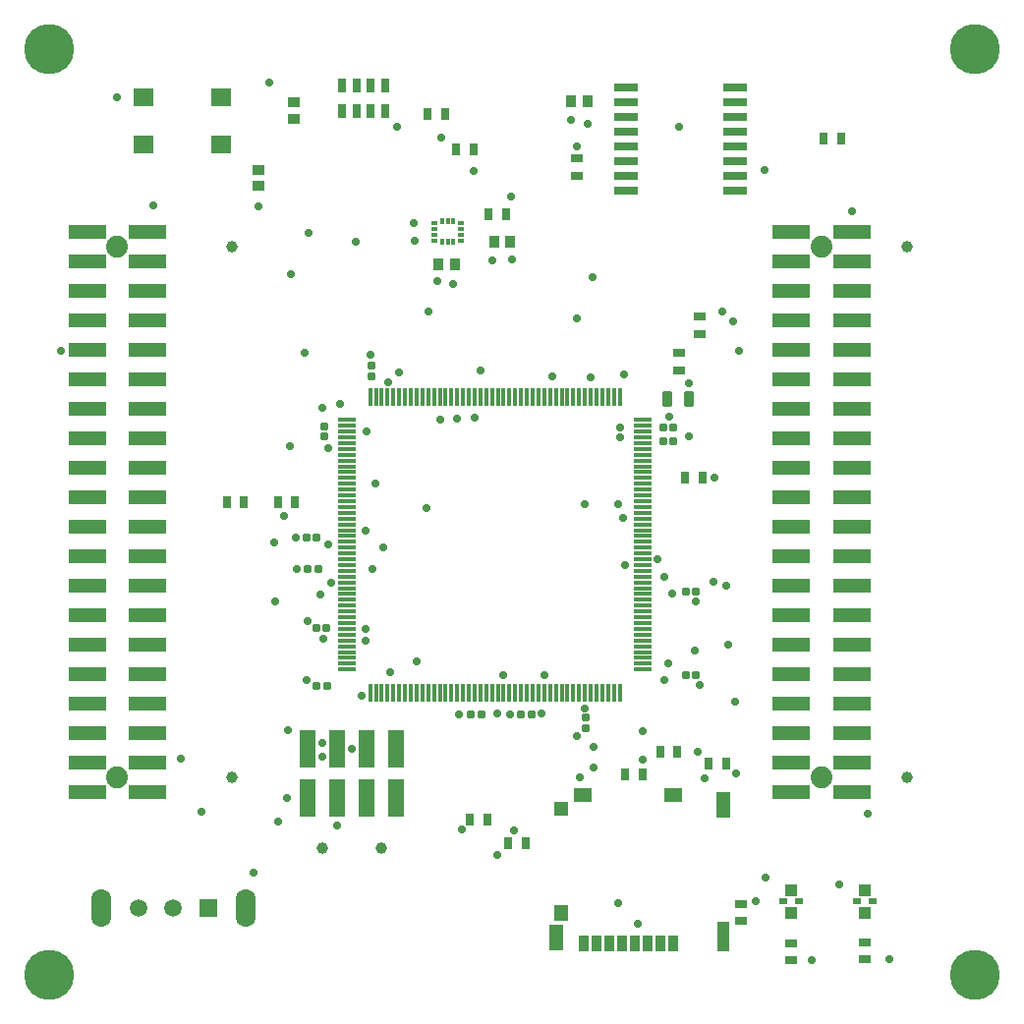
<source format=gts>
G04*
G04 #@! TF.GenerationSoftware,Altium Limited,Altium Designer,23.11.1 (41)*
G04*
G04 Layer_Color=8388736*
%FSLAX25Y25*%
%MOIN*%
G70*
G04*
G04 #@! TF.SameCoordinates,3206F265-2646-4181-9204-0E6D39A93BEF*
G04*
G04*
G04 #@! TF.FilePolarity,Negative*
G04*
G01*
G75*
%ADD44R,0.12900X0.04888*%
%ADD45R,0.03156X0.03943*%
%ADD46R,0.03943X0.03156*%
G04:AMPARAMS|DCode=47|XSize=25.65mil|YSize=23.68mil|CornerRadius=4.46mil|HoleSize=0mil|Usage=FLASHONLY|Rotation=90.000|XOffset=0mil|YOffset=0mil|HoleType=Round|Shape=RoundedRectangle|*
%AMROUNDEDRECTD47*
21,1,0.02565,0.01476,0,0,90.0*
21,1,0.01673,0.02368,0,0,90.0*
1,1,0.00892,0.00738,0.00837*
1,1,0.00892,0.00738,-0.00837*
1,1,0.00892,-0.00738,-0.00837*
1,1,0.00892,-0.00738,0.00837*
%
%ADD47ROUNDEDRECTD47*%
G04:AMPARAMS|DCode=48|XSize=25.65mil|YSize=23.68mil|CornerRadius=4.46mil|HoleSize=0mil|Usage=FLASHONLY|Rotation=0.000|XOffset=0mil|YOffset=0mil|HoleType=Round|Shape=RoundedRectangle|*
%AMROUNDEDRECTD48*
21,1,0.02565,0.01476,0,0,0.0*
21,1,0.01673,0.02368,0,0,0.0*
1,1,0.00892,0.00837,-0.00738*
1,1,0.00892,-0.00837,-0.00738*
1,1,0.00892,-0.00837,0.00738*
1,1,0.00892,0.00837,0.00738*
%
%ADD48ROUNDEDRECTD48*%
%ADD49R,0.01581X0.06109*%
%ADD50R,0.06109X0.01581*%
G04:AMPARAMS|DCode=51|XSize=55.18mil|YSize=33.92mil|CornerRadius=5.74mil|HoleSize=0mil|Usage=FLASHONLY|Rotation=90.000|XOffset=0mil|YOffset=0mil|HoleType=Round|Shape=RoundedRectangle|*
%AMROUNDEDRECTD51*
21,1,0.05518,0.02244,0,0,90.0*
21,1,0.04370,0.03392,0,0,90.0*
1,1,0.01148,0.01122,0.02185*
1,1,0.01148,0.01122,-0.02185*
1,1,0.01148,-0.01122,-0.02185*
1,1,0.01148,-0.01122,0.02185*
%
%ADD51ROUNDEDRECTD51*%
%ADD52R,0.05400X0.12920*%
%ADD53R,0.03550X0.03943*%
%ADD54R,0.03550X0.05282*%
%ADD55R,0.04140X0.10243*%
%ADD56R,0.04928X0.09061*%
%ADD57R,0.04967X0.05321*%
%ADD58R,0.04967X0.05124*%
%ADD59R,0.06306X0.04928*%
%ADD60R,0.01384X0.02270*%
%ADD61R,0.02270X0.01384*%
%ADD62R,0.03943X0.02959*%
%ADD63R,0.04140X0.03943*%
%ADD64R,0.02605X0.01975*%
%ADD65R,0.07998X0.03156*%
%ADD66R,0.02762X0.04731*%
%ADD67R,0.07093X0.05912*%
%ADD68R,0.03943X0.03550*%
%ADD69C,0.07408*%
%ADD70C,0.03904*%
%ADD71O,0.06699X0.12998*%
%ADD72C,0.05943*%
%ADD73R,0.05943X0.05943*%
%ADD74C,0.17000*%
%ADD75C,0.02800*%
D44*
X53218Y81800D02*
D03*
X32725D02*
D03*
X53218Y91800D02*
D03*
X32725D02*
D03*
X53218Y101800D02*
D03*
X32725D02*
D03*
X53218Y111800D02*
D03*
X32725D02*
D03*
X53218Y121800D02*
D03*
X32725D02*
D03*
X53218Y131800D02*
D03*
X32725D02*
D03*
X53218Y141800D02*
D03*
X32725D02*
D03*
X53218Y151800D02*
D03*
X32725D02*
D03*
X53218Y161800D02*
D03*
X32725D02*
D03*
X53218Y171800D02*
D03*
X32725D02*
D03*
X53218Y181800D02*
D03*
X32725D02*
D03*
X53218Y191800D02*
D03*
X32725D02*
D03*
X53218Y201800D02*
D03*
X32725D02*
D03*
X53218Y211800D02*
D03*
X32725D02*
D03*
X53218Y221800D02*
D03*
X32725D02*
D03*
X53218Y231800D02*
D03*
X32725D02*
D03*
X53218Y241800D02*
D03*
X32725D02*
D03*
X53218Y251800D02*
D03*
X32725D02*
D03*
X53218Y261800D02*
D03*
X32725D02*
D03*
X53218Y271800D02*
D03*
X32725D02*
D03*
X271678Y251800D02*
D03*
Y271800D02*
D03*
X292171D02*
D03*
X271678Y261800D02*
D03*
X292171D02*
D03*
Y251800D02*
D03*
X271678Y241800D02*
D03*
X292171D02*
D03*
X271678Y231800D02*
D03*
X292171D02*
D03*
X271678Y221800D02*
D03*
X292171D02*
D03*
X271678Y211800D02*
D03*
X292171D02*
D03*
X271678Y201800D02*
D03*
X292171D02*
D03*
X271678Y191800D02*
D03*
X292171D02*
D03*
X271678Y181800D02*
D03*
X292171D02*
D03*
X271678Y171800D02*
D03*
X292171D02*
D03*
X271678Y161800D02*
D03*
X292171D02*
D03*
X271678Y151800D02*
D03*
X292171D02*
D03*
X271678Y141800D02*
D03*
X292171D02*
D03*
X271678Y131800D02*
D03*
X292171D02*
D03*
X271678Y121800D02*
D03*
X292171D02*
D03*
X271678Y111800D02*
D03*
X292171D02*
D03*
X271678Y101800D02*
D03*
X292171D02*
D03*
X271678Y91800D02*
D03*
X292171D02*
D03*
X271678Y81800D02*
D03*
X292171D02*
D03*
D45*
X162594Y72500D02*
D03*
X168500D02*
D03*
X249453Y91500D02*
D03*
X243547D02*
D03*
X175547Y64500D02*
D03*
X181453D02*
D03*
X221200Y87746D02*
D03*
X215294D02*
D03*
X86028Y180106D02*
D03*
X80122D02*
D03*
X97483D02*
D03*
X103388D02*
D03*
X235547Y188500D02*
D03*
X241453D02*
D03*
X233000Y95500D02*
D03*
X227094D02*
D03*
X288453Y303500D02*
D03*
X282547D02*
D03*
X154088Y311854D02*
D03*
X148182D02*
D03*
X158047Y300000D02*
D03*
X163953D02*
D03*
X169047Y277737D02*
D03*
X174953D02*
D03*
D46*
X254437Y43972D02*
D03*
Y38067D02*
D03*
X233500Y230953D02*
D03*
Y225047D02*
D03*
X240500Y237222D02*
D03*
Y243127D02*
D03*
X198853Y296953D02*
D03*
Y291047D02*
D03*
D47*
X239359Y121492D02*
D03*
X235816D02*
D03*
X183508Y108315D02*
D03*
X179964D02*
D03*
X166419Y108374D02*
D03*
X162876D02*
D03*
X110650Y118000D02*
D03*
X114194D02*
D03*
X110451Y137635D02*
D03*
X113994D02*
D03*
X107631Y157585D02*
D03*
X111174D02*
D03*
X107084Y168065D02*
D03*
X110627D02*
D03*
X239272Y150000D02*
D03*
X235728D02*
D03*
X231604Y200770D02*
D03*
X228061D02*
D03*
X231604Y205511D02*
D03*
X228061D02*
D03*
D48*
X201750Y103513D02*
D03*
Y107056D02*
D03*
X113215Y205957D02*
D03*
Y202414D02*
D03*
X129109Y226548D02*
D03*
Y223005D02*
D03*
D49*
X132714Y215898D02*
D03*
X207517Y115702D02*
D03*
X213423Y215898D02*
D03*
X211454D02*
D03*
X209486D02*
D03*
X207517D02*
D03*
X205549D02*
D03*
X203580D02*
D03*
X201612D02*
D03*
X199643D02*
D03*
X197675D02*
D03*
X195706D02*
D03*
X193738D02*
D03*
X191769D02*
D03*
X189801D02*
D03*
X187832D02*
D03*
X185864D02*
D03*
X183895D02*
D03*
X181927D02*
D03*
X179958D02*
D03*
X177990D02*
D03*
X176021D02*
D03*
X174053D02*
D03*
X172084D02*
D03*
X170116D02*
D03*
X168147D02*
D03*
X166179D02*
D03*
X164210D02*
D03*
X162242D02*
D03*
X160273D02*
D03*
X158305D02*
D03*
X156336D02*
D03*
X154368D02*
D03*
X152399D02*
D03*
X150431D02*
D03*
X148462D02*
D03*
X146494D02*
D03*
X144525D02*
D03*
X142557D02*
D03*
X140588D02*
D03*
X138620D02*
D03*
X136651D02*
D03*
X134683D02*
D03*
X130746D02*
D03*
X128777D02*
D03*
Y115702D02*
D03*
X130746D02*
D03*
X132714D02*
D03*
X134683D02*
D03*
X136651D02*
D03*
X138620D02*
D03*
X140588D02*
D03*
X142557D02*
D03*
X144525D02*
D03*
X146494D02*
D03*
X148462D02*
D03*
X150431D02*
D03*
X152399D02*
D03*
X154368D02*
D03*
X156336D02*
D03*
X158305D02*
D03*
X160273D02*
D03*
X162242D02*
D03*
X164210D02*
D03*
X166179D02*
D03*
X168147D02*
D03*
X170116D02*
D03*
X172084D02*
D03*
X174053D02*
D03*
X176021D02*
D03*
X177990D02*
D03*
X179958D02*
D03*
X181927D02*
D03*
X183895D02*
D03*
X185864D02*
D03*
X187832D02*
D03*
X189801D02*
D03*
X191769D02*
D03*
X193738D02*
D03*
X195706D02*
D03*
X197675D02*
D03*
X199643D02*
D03*
X201612D02*
D03*
X203580D02*
D03*
X205549D02*
D03*
X209486D02*
D03*
X211454D02*
D03*
X213423D02*
D03*
D50*
X221198Y186469D02*
D03*
X121002Y208123D02*
D03*
Y206154D02*
D03*
Y204186D02*
D03*
Y202217D02*
D03*
Y200249D02*
D03*
Y198280D02*
D03*
Y196312D02*
D03*
Y194343D02*
D03*
Y192375D02*
D03*
Y190406D02*
D03*
Y188438D02*
D03*
Y186469D02*
D03*
Y184501D02*
D03*
Y182532D02*
D03*
Y180564D02*
D03*
Y178595D02*
D03*
Y176627D02*
D03*
Y174658D02*
D03*
Y172690D02*
D03*
Y170721D02*
D03*
Y168753D02*
D03*
Y166784D02*
D03*
Y164816D02*
D03*
Y162847D02*
D03*
Y160879D02*
D03*
Y158910D02*
D03*
Y156942D02*
D03*
Y154973D02*
D03*
Y153005D02*
D03*
Y151036D02*
D03*
Y149068D02*
D03*
Y147099D02*
D03*
Y145131D02*
D03*
Y143162D02*
D03*
Y141194D02*
D03*
Y139225D02*
D03*
Y137257D02*
D03*
Y135288D02*
D03*
Y133320D02*
D03*
Y131351D02*
D03*
Y129383D02*
D03*
Y127414D02*
D03*
Y125446D02*
D03*
Y123477D02*
D03*
X221198D02*
D03*
Y125446D02*
D03*
Y127414D02*
D03*
Y129383D02*
D03*
Y131351D02*
D03*
Y133320D02*
D03*
Y135288D02*
D03*
Y137257D02*
D03*
Y139225D02*
D03*
Y141194D02*
D03*
Y143162D02*
D03*
Y145131D02*
D03*
Y147099D02*
D03*
Y149068D02*
D03*
Y151036D02*
D03*
Y153005D02*
D03*
Y154973D02*
D03*
Y156942D02*
D03*
Y158910D02*
D03*
Y160879D02*
D03*
Y162847D02*
D03*
Y164816D02*
D03*
Y166784D02*
D03*
Y168753D02*
D03*
Y170721D02*
D03*
Y172690D02*
D03*
Y174658D02*
D03*
Y176627D02*
D03*
Y178595D02*
D03*
Y180564D02*
D03*
Y182532D02*
D03*
Y184501D02*
D03*
Y188438D02*
D03*
Y190406D02*
D03*
Y192375D02*
D03*
Y194343D02*
D03*
Y196312D02*
D03*
Y198280D02*
D03*
Y200249D02*
D03*
Y202217D02*
D03*
Y204186D02*
D03*
Y206154D02*
D03*
Y208123D02*
D03*
D51*
X236766Y215062D02*
D03*
X229719D02*
D03*
D52*
X137500Y96496D02*
D03*
Y80000D02*
D03*
X127500Y96496D02*
D03*
Y80000D02*
D03*
X117500Y96496D02*
D03*
Y80000D02*
D03*
X107500Y96496D02*
D03*
Y80000D02*
D03*
D53*
X157541Y260905D02*
D03*
X152029D02*
D03*
X170763Y268392D02*
D03*
X176275D02*
D03*
X196988Y316175D02*
D03*
X202500D02*
D03*
D54*
X231472Y30546D02*
D03*
X227142D02*
D03*
X222811D02*
D03*
X218480D02*
D03*
X214150D02*
D03*
X209819D02*
D03*
X205488D02*
D03*
X201157D02*
D03*
D55*
X248579Y33026D02*
D03*
D56*
X191925Y32435D02*
D03*
X248579Y77632D02*
D03*
D57*
X193500Y40900D02*
D03*
D58*
X193717Y76333D02*
D03*
D59*
X201000Y80762D02*
D03*
X231630D02*
D03*
D60*
X153108Y275577D02*
D03*
X155077D02*
D03*
X157045D02*
D03*
Y268392D02*
D03*
X155077D02*
D03*
X153108D02*
D03*
D61*
X159653Y274937D02*
D03*
Y272969D02*
D03*
Y271000D02*
D03*
Y269032D02*
D03*
X150500D02*
D03*
Y271000D02*
D03*
Y272969D02*
D03*
Y274937D02*
D03*
D62*
X296500Y25146D02*
D03*
Y30854D02*
D03*
X271500Y25000D02*
D03*
Y30709D02*
D03*
D63*
X296500Y41020D02*
D03*
Y48500D02*
D03*
X271500Y41020D02*
D03*
Y48500D02*
D03*
D64*
X293921Y44760D02*
D03*
X299079D02*
D03*
X268921D02*
D03*
X274079D02*
D03*
D65*
X215457Y321000D02*
D03*
Y316000D02*
D03*
Y311000D02*
D03*
Y306000D02*
D03*
Y301000D02*
D03*
Y296000D02*
D03*
Y291000D02*
D03*
Y286000D02*
D03*
X252543D02*
D03*
Y291000D02*
D03*
Y296000D02*
D03*
Y301000D02*
D03*
Y306000D02*
D03*
Y311000D02*
D03*
Y316000D02*
D03*
Y321000D02*
D03*
D66*
X133921Y321500D02*
D03*
X129000D02*
D03*
X124079D02*
D03*
X119157D02*
D03*
Y312839D02*
D03*
X124079D02*
D03*
X129000D02*
D03*
X133921D02*
D03*
D67*
X51900Y317400D02*
D03*
X78278D02*
D03*
X51900Y301652D02*
D03*
X78278D02*
D03*
D68*
X103000Y310244D02*
D03*
Y315756D02*
D03*
X90826Y293000D02*
D03*
Y287488D02*
D03*
D69*
X42973Y86800D02*
D03*
Y266800D02*
D03*
X281926D02*
D03*
Y86800D02*
D03*
D70*
X81959Y266800D02*
D03*
Y86800D02*
D03*
X311000Y86800D02*
D03*
Y266800D02*
D03*
X132500Y63051D02*
D03*
X112500D02*
D03*
D71*
X86606Y42500D02*
D03*
X37394D02*
D03*
D72*
X62000D02*
D03*
X50189D02*
D03*
D73*
X73811D02*
D03*
D74*
X20000Y20000D02*
D03*
X334000D02*
D03*
Y334000D02*
D03*
X20000D02*
D03*
D75*
X96062Y166500D02*
D03*
X144674Y126091D02*
D03*
X108000Y271500D02*
D03*
X24000Y231500D02*
D03*
X252500Y112500D02*
D03*
X245115Y153185D02*
D03*
X250145Y131951D02*
D03*
X249637Y151983D02*
D03*
X101726Y257500D02*
D03*
X124000Y268562D02*
D03*
X103427Y168065D02*
D03*
X113040Y133757D02*
D03*
X101000Y103000D02*
D03*
X64500Y93388D02*
D03*
X101462Y199200D02*
D03*
X100508Y80000D02*
D03*
X97500Y71746D02*
D03*
X96500Y146538D02*
D03*
X112500Y93800D02*
D03*
Y98400D02*
D03*
X111794Y148738D02*
D03*
X106500Y231000D02*
D03*
X99399Y175662D02*
D03*
X239272Y146500D02*
D03*
X159772Y69284D02*
D03*
X252949Y88365D02*
D03*
X177500Y68847D02*
D03*
X172000Y60559D02*
D03*
X221200Y92728D02*
D03*
X259500Y44760D02*
D03*
X134864Y221000D02*
D03*
X170123Y262086D02*
D03*
X176159Y108374D02*
D03*
X229795Y125437D02*
D03*
X240518Y118153D02*
D03*
X238834Y129751D02*
D03*
X201500Y179500D02*
D03*
X212769D02*
D03*
X214634Y174829D02*
D03*
X226335Y160879D02*
D03*
X215071Y158910D02*
D03*
X171853Y108434D02*
D03*
X201681Y110257D02*
D03*
X158877Y108374D02*
D03*
X198754Y101000D02*
D03*
X186746Y108392D02*
D03*
X228467Y120018D02*
D03*
X187945Y121500D02*
D03*
X174053D02*
D03*
X125925Y114417D02*
D03*
X107063Y119937D02*
D03*
X107631Y139742D02*
D03*
X127300Y137360D02*
D03*
X127187Y133320D02*
D03*
X103976Y157585D02*
D03*
X115470Y153005D02*
D03*
X114500Y166055D02*
D03*
X127300Y170721D02*
D03*
X248329Y244744D02*
D03*
X215000Y223623D02*
D03*
X114700Y198540D02*
D03*
X112500Y212254D02*
D03*
X127720Y204241D02*
D03*
X236766Y202658D02*
D03*
X213423Y205658D02*
D03*
Y202217D02*
D03*
X252000Y241500D02*
D03*
X236766Y220677D02*
D03*
X230200Y209347D02*
D03*
X147800Y178200D02*
D03*
X129000Y230200D02*
D03*
X203540Y222513D02*
D03*
X190500Y222839D02*
D03*
X166270Y225000D02*
D03*
X138620Y224251D02*
D03*
X118500Y213500D02*
D03*
X129500Y157500D02*
D03*
X135500Y122500D02*
D03*
X245683Y188500D02*
D03*
X198853Y301000D02*
D03*
X240000Y95500D02*
D03*
X117500Y70500D02*
D03*
X71466Y75200D02*
D03*
X297500Y74500D02*
D03*
X89332Y54668D02*
D03*
X122500Y96433D02*
D03*
X200000Y87000D02*
D03*
X221200Y102700D02*
D03*
X151521Y255292D02*
D03*
X143578Y274937D02*
D03*
X199000Y242500D02*
D03*
X204460Y97200D02*
D03*
X204495Y90200D02*
D03*
X262500Y293000D02*
D03*
X212903Y44361D02*
D03*
X196988Y309962D02*
D03*
X202500Y308637D02*
D03*
X157045Y254329D02*
D03*
X153000Y304000D02*
D03*
X176600Y284045D02*
D03*
X176756Y262500D02*
D03*
X163953Y292647D02*
D03*
X138000Y307600D02*
D03*
X304731Y25146D02*
D03*
X278500Y25000D02*
D03*
X219418Y37300D02*
D03*
X242200Y86500D02*
D03*
X263000Y53000D02*
D03*
X204300Y256700D02*
D03*
X288000Y50500D02*
D03*
X94500Y322400D02*
D03*
X55244Y281000D02*
D03*
X42825Y317400D02*
D03*
X292244Y279000D02*
D03*
X228705Y154973D02*
D03*
X130500Y186469D02*
D03*
X158305Y208554D02*
D03*
X164070Y208925D02*
D03*
X152399Y208116D02*
D03*
X233600Y307500D02*
D03*
X148447Y245002D02*
D03*
X144016Y269016D02*
D03*
X253800Y231500D02*
D03*
X231205Y149300D02*
D03*
X133100Y164816D02*
D03*
X90800Y280500D02*
D03*
M02*

</source>
